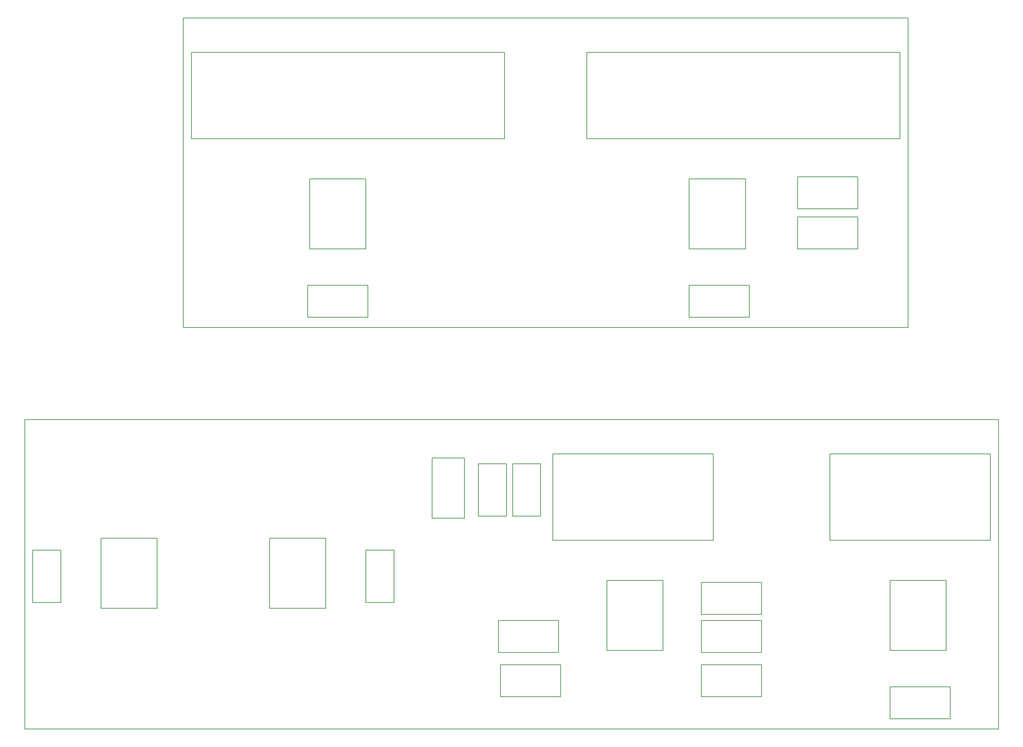
<source format=gbr>
%FSLAX34Y34*%
G04 Gerber Fmt 3.4, Leading zero omitted, Abs format*
G04 (created by PCBNEW (2014-jan-25)-product) date tor 24 apr 2014 22:33:24*
%MOIN*%
G01*
G70*
G90*
G04 APERTURE LIST*
%ADD10C,0.003937*%
%ADD11C,0.005906*%
G04 APERTURE END LIST*
G54D10*
G54D11*
X100196Y-67322D02*
X94685Y-67322D01*
X100196Y-60433D02*
X100196Y-67322D01*
X94685Y-60433D02*
X100196Y-60433D01*
X94685Y-67322D02*
X94685Y-60433D01*
X100590Y-74015D02*
X94685Y-74015D01*
X100590Y-70866D02*
X100590Y-74015D01*
X94685Y-70866D02*
X100590Y-70866D01*
X94685Y-74015D02*
X94685Y-70866D01*
X82086Y-71850D02*
X76181Y-71850D01*
X82086Y-68700D02*
X82086Y-71850D01*
X76181Y-68700D02*
X82086Y-68700D01*
X76181Y-68897D02*
X76181Y-68700D01*
X76181Y-71850D02*
X76181Y-68897D01*
X76181Y-67519D02*
X76181Y-64370D01*
X82086Y-67519D02*
X76181Y-67519D01*
X82086Y-64370D02*
X82086Y-67519D01*
X76181Y-64370D02*
X82086Y-64370D01*
X76181Y-63779D02*
X76181Y-60629D01*
X82086Y-63779D02*
X76181Y-63779D01*
X82086Y-60629D02*
X82086Y-63779D01*
X76181Y-60629D02*
X82086Y-60629D01*
X66929Y-60433D02*
X67125Y-60433D01*
X66929Y-67322D02*
X66929Y-60433D01*
X72440Y-67322D02*
X66929Y-67322D01*
X72440Y-60433D02*
X72440Y-67322D01*
X66929Y-60433D02*
X72440Y-60433D01*
X56496Y-71850D02*
X56496Y-68700D01*
X62401Y-71850D02*
X56496Y-71850D01*
X62401Y-68700D02*
X62401Y-71850D01*
X56496Y-68700D02*
X62401Y-68700D01*
X56299Y-64566D02*
X56299Y-64370D01*
X56299Y-67519D02*
X56299Y-64566D01*
X62204Y-67519D02*
X56299Y-67519D01*
X62204Y-64370D02*
X62204Y-67519D01*
X56299Y-64370D02*
X62204Y-64370D01*
X88779Y-56496D02*
X88779Y-48031D01*
X104527Y-56496D02*
X88779Y-56496D01*
X104527Y-48031D02*
X104527Y-56496D01*
X88779Y-48031D02*
X104527Y-48031D01*
X61614Y-56496D02*
X61614Y-48031D01*
X77362Y-56496D02*
X61614Y-56496D01*
X77362Y-48031D02*
X77362Y-56496D01*
X61614Y-48031D02*
X77362Y-48031D01*
X57677Y-49015D02*
X57874Y-49015D01*
X57677Y-54133D02*
X57677Y-49015D01*
X60433Y-54133D02*
X57677Y-54133D01*
X60433Y-49015D02*
X60433Y-54133D01*
X57677Y-49015D02*
X60433Y-49015D01*
X54330Y-54133D02*
X54330Y-49015D01*
X57086Y-54133D02*
X54330Y-54133D01*
X57086Y-49015D02*
X57086Y-54133D01*
X54330Y-49015D02*
X57086Y-49015D01*
X49803Y-48425D02*
X50000Y-48425D01*
X49803Y-54330D02*
X49803Y-48425D01*
X52952Y-54330D02*
X49803Y-54330D01*
X52952Y-48425D02*
X52952Y-54330D01*
X49803Y-48425D02*
X52952Y-48425D01*
X43307Y-62598D02*
X43307Y-57480D01*
X46062Y-62598D02*
X43307Y-62598D01*
X46062Y-57480D02*
X46062Y-62598D01*
X43307Y-57480D02*
X46062Y-57480D01*
X33858Y-56299D02*
X34055Y-56299D01*
X33858Y-63188D02*
X33858Y-56299D01*
X39370Y-63188D02*
X33858Y-63188D01*
X39370Y-56299D02*
X39370Y-63188D01*
X33858Y-56299D02*
X39370Y-56299D01*
X17322Y-63188D02*
X17322Y-56299D01*
X22834Y-63188D02*
X17322Y-63188D01*
X22834Y-56299D02*
X22834Y-63188D01*
X17322Y-56299D02*
X22834Y-56299D01*
X10629Y-62598D02*
X10629Y-57480D01*
X13385Y-62598D02*
X10629Y-62598D01*
X13385Y-57480D02*
X13385Y-62598D01*
X10629Y-57480D02*
X13385Y-57480D01*
X37598Y-34645D02*
X37598Y-31496D01*
X43503Y-34645D02*
X37598Y-34645D01*
X43503Y-31496D02*
X43503Y-34645D01*
X37598Y-31496D02*
X43503Y-31496D01*
X37795Y-27952D02*
X37795Y-21062D01*
X43307Y-27952D02*
X37795Y-27952D01*
X43307Y-21062D02*
X43307Y-27952D01*
X37795Y-21062D02*
X43307Y-21062D01*
X75000Y-31496D02*
X80905Y-31496D01*
X75000Y-34645D02*
X75000Y-31496D01*
X80905Y-34645D02*
X75000Y-34645D01*
X80905Y-31496D02*
X80905Y-34645D01*
X75000Y-27952D02*
X80511Y-27952D01*
X75000Y-21062D02*
X75000Y-27952D01*
X80511Y-21062D02*
X75000Y-21062D01*
X80511Y-27952D02*
X80511Y-21062D01*
X85629Y-27952D02*
X85629Y-24803D01*
X91535Y-27952D02*
X85629Y-27952D01*
X91535Y-24803D02*
X91535Y-27952D01*
X85629Y-24803D02*
X91535Y-24803D01*
X91535Y-24015D02*
X85629Y-24015D01*
X91535Y-20866D02*
X91535Y-24015D01*
X85629Y-20866D02*
X91535Y-20866D01*
X85629Y-24015D02*
X85629Y-20866D01*
X64960Y-17125D02*
X64960Y-8661D01*
X95669Y-17125D02*
X64960Y-17125D01*
X95669Y-8661D02*
X95669Y-17125D01*
X64960Y-8661D02*
X95669Y-8661D01*
X26181Y-17125D02*
X26181Y-8661D01*
X56889Y-17125D02*
X26181Y-17125D01*
X56889Y-16929D02*
X56889Y-17125D01*
X56889Y-8661D02*
X56889Y-16929D01*
X26181Y-8661D02*
X56889Y-8661D01*
X9842Y-44685D02*
X105314Y-44685D01*
X9842Y-75000D02*
X9842Y-44685D01*
X105314Y-75000D02*
X9842Y-75000D01*
X105314Y-44685D02*
X105314Y-75000D01*
X25393Y-35629D02*
X25393Y-5314D01*
X96456Y-35629D02*
X25393Y-35629D01*
X96456Y-5314D02*
X96456Y-35629D01*
X25393Y-5314D02*
X96456Y-5314D01*
M02*

</source>
